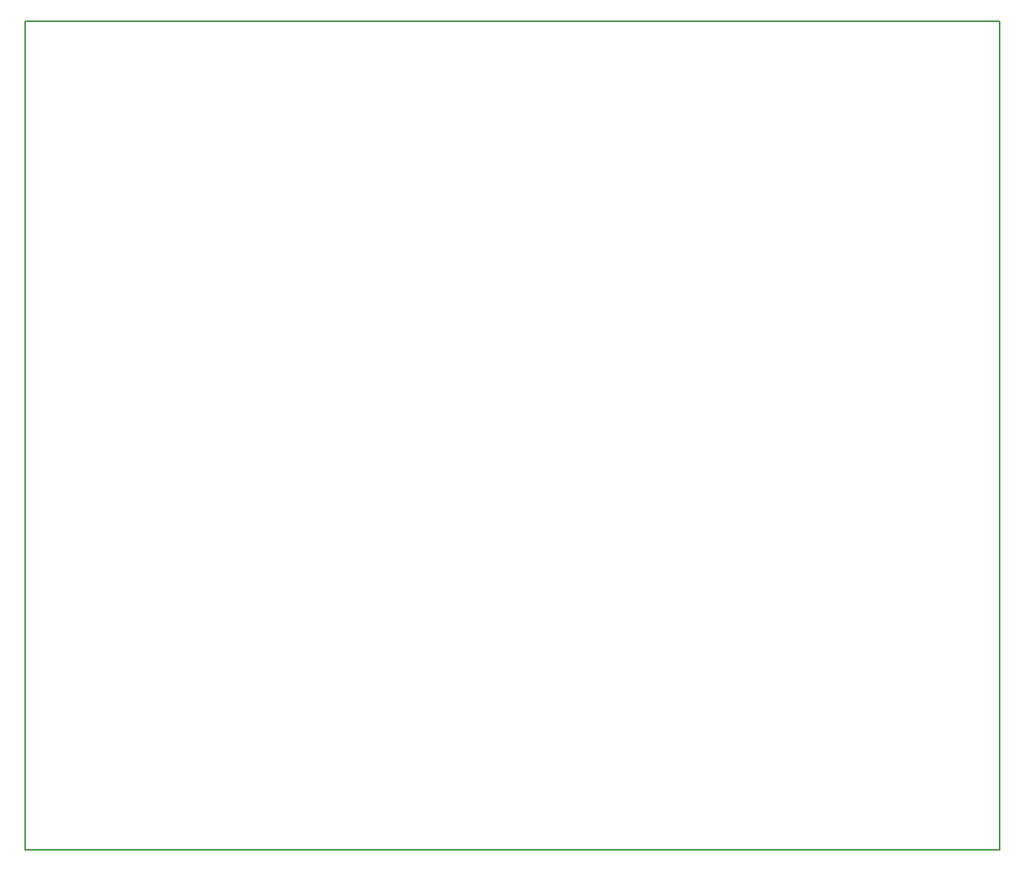
<source format=gbr>
%TF.GenerationSoftware,KiCad,Pcbnew,5.1.9-73d0e3b20d~88~ubuntu20.04.1*%
%TF.CreationDate,2021-05-09T07:33:53+02:00*%
%TF.ProjectId,bkm-129x-simple,626b6d2d-3132-4397-982d-73696d706c65,rev?*%
%TF.SameCoordinates,Original*%
%TF.FileFunction,Profile,NP*%
%FSLAX46Y46*%
G04 Gerber Fmt 4.6, Leading zero omitted, Abs format (unit mm)*
G04 Created by KiCad (PCBNEW 5.1.9-73d0e3b20d~88~ubuntu20.04.1) date 2021-05-09 07:33:53*
%MOMM*%
%LPD*%
G01*
G04 APERTURE LIST*
%TA.AperFunction,Profile*%
%ADD10C,0.150000*%
%TD*%
G04 APERTURE END LIST*
D10*
X121031000Y-151130000D02*
X225996500Y-151130000D01*
X121031000Y-61849000D02*
X121031000Y-151130000D01*
X225996500Y-61849000D02*
X121031000Y-61849000D01*
X225996500Y-151130000D02*
X225996500Y-61849000D01*
M02*

</source>
